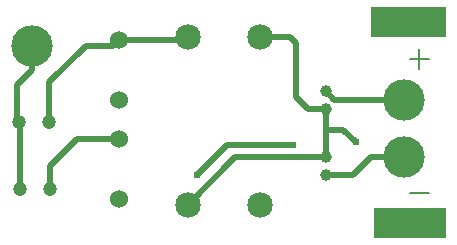
<source format=gtl>
G04 ---------------------------- Layer name :TOP LAYER*
G04 EasyEDA v5.8.22, Sun, 02 Dec 2018 06:11:37 GMT*
G04 d5963adffaad412e904dfcf3e3a13330*
G04 Gerber Generator version 0.2*
G04 Scale: 100 percent, Rotated: No, Reflected: No *
G04 Dimensions in inches *
G04 leading zeros omitted , absolute positions ,2 integer and 4 decimal *
%FSLAX24Y24*%
%MOIN*%
G90*
G70D02*

%ADD11C,0.020000*%
%ADD12C,0.008000*%
%ADD13C,0.024400*%
%ADD14C,0.047000*%
%ADD15C,0.039370*%
%ADD16C,0.060000*%
%ADD17C,0.085000*%
%ADD18C,0.137790*%

%LPD*%
G54D11*
G01X1300Y6400D02*
G01X1300Y5600D01*
G01X800Y5100D01*
G01X800Y3959D01*
G01X890Y3869D01*
G01X909Y1630D02*
G01X909Y3850D01*
G01X890Y3869D01*
G01X1890Y3869D02*
G01X1890Y5190D01*
G01X3100Y6400D01*
G01X4000Y6400D01*
G01X4200Y6600D01*
G01X1909Y1630D02*
G01X1909Y2409D01*
G01X2800Y3300D01*
G01X4200Y3300D01*
G01X4200Y6600D02*
G01X6400Y6600D01*
G01X6500Y6700D01*
G01X8900Y6700D02*
G01X9900Y6700D01*
G01X10100Y6500D01*
G01X10100Y4700D01*
G01X10500Y4300D01*
G01X11100Y4300D01*
G01X11100Y2690D02*
G01X11100Y4300D01*
G01X11100Y2690D02*
G01X8090Y2690D01*
G01X6500Y1100D01*
G01X13700Y4600D02*
G01X11390Y4600D01*
G01X11100Y4890D01*
G01X13700Y2700D02*
G01X12600Y2700D01*
G01X12000Y2100D01*
G01X11100Y2100D01*
G01X6800Y2100D02*
G01X7800Y3100D01*
G01X10000Y3100D01*
G01X11100Y3615D02*
G01X11684Y3615D01*
G01X12100Y3200D01*
G54D12*
G01X14227Y6300D02*
G01X14227Y5646D01*
G01X13900Y5973D02*
G01X14555Y5973D01*
G01X13900Y1500D02*
G01X14555Y1500D01*
G36*
G01X12600Y7700D02*
G01X15100Y7700D01*
G01X15100Y6700D01*
G01X12600Y6700D01*
G01X12600Y7700D01*
G37*
G36*
G01X12700Y1000D02*
G01X15100Y1000D01*
G01X15100Y0D01*
G01X12700Y0D01*
G01X12700Y1000D01*
G37*
G54D14*
G01X890Y3869D03*
G01X1890Y3869D03*
G01X1909Y1630D03*
G01X909Y1630D03*
G54D15*
G01X11100Y4300D03*
G01X11100Y4890D03*
G01X11100Y2100D03*
G01X11100Y2690D03*
G54D16*
G01X4200Y6600D03*
G01X4200Y4600D03*
G01X4200Y1300D03*
G01X4200Y3300D03*
G54D17*
G01X6500Y1100D03*
G01X6500Y6700D03*
G01X8900Y1100D03*
G01X8900Y6700D03*
G54D18*
G01X13700Y4600D03*
G01X13700Y2700D03*
G01X1300Y6400D03*
G54D13*
G01X6800Y2100D03*
G01X10000Y3100D03*
G01X12100Y3200D03*
G01X13700Y500D03*
G01X13700Y7200D03*
M00*
M02*

</source>
